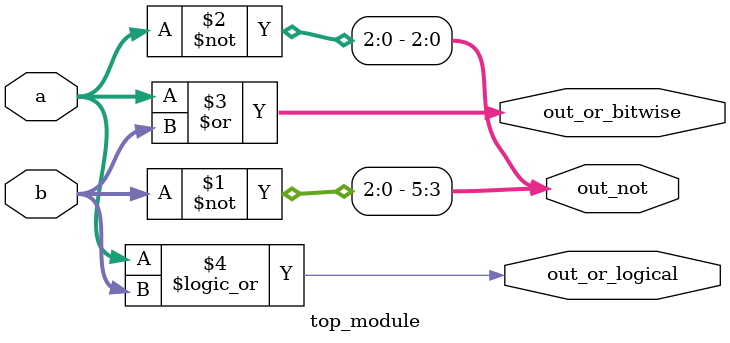
<source format=v>
module top_module( 
    input [2:0] a,
    input [2:0] b,
    output [2:0] out_or_bitwise,
    output out_or_logical,
    output [5:0] out_not
);
    assign out_not[5:3] = ~b;
    assign out_not[2:0] = ~a;
    assign out_or_bitwise = a|b;
    assign out_or_logical = a||b;
    
    
endmodule


</source>
